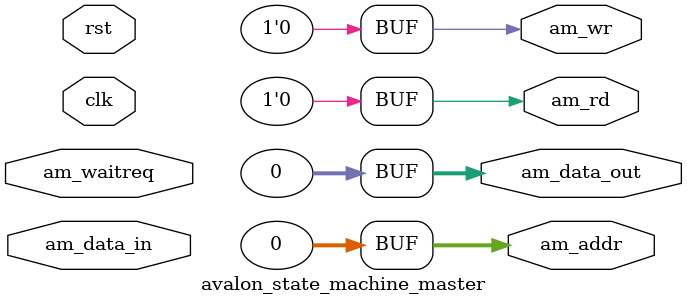
<source format=v>
/*******************************************************************************
 *                                                                             *
 *                  Copyright (C) 2011 Altera Corporation                      *
 *                                                                             *
 * ALTERA, ARRIA, CYCLONE, HARDCOPY, MAX, MEGACORE, NIOS, QUARTUS & STRATIX    *
 * are Reg. U.S. Pat. & Tm. Off. and Altera marks in and outside the U.S.      *
 *                                                                             *
 * All information provided herein is provided on an "as is" basis,            *
 * without warranty of any kind.                                               *
 *                                                                             *
 * Module Name: avalon_state_machine_master                                    *
 * File Name:   avalon_state_machine_master.v                                  *
 *                                                                             *
 * Module Function: This file contains an Avalon state machine master which    *
 *                  will create Avalon-MM bus transactions.                    *
 *                                                                             *
 * REVISION HISTORY:                                                           *
 *  Revision 1.0    02/28/2011 - Initial Revision                              *
 *  Revision 2.0    04/18/2011 - Added header                                  *
 ******************************************************************************/

module avalon_state_machine_master (
	input 				rst, clk,
	input 				am_waitreq,
	input [31:0] 		am_data_in,
	output reg [31:0]	am_addr,
	output reg [31:0] 	am_data_out,
	output reg			am_rd, am_wr
);

	reg [31:0]			data_reg;
	reg					data_reg_wr;
	
	reg [3:0]		current_state, next_state;
	localparam		jm_0 = 0, 
					jm_1 = 1, 
					jm_2 = 3, 
					jm_3 = 4, 
					jm_4 = 5, 
					jm_5 = 6;
	
	
	// Data register
	always @ (posedge clk, posedge rst)
	begin:  data_reg_proc
		if (rst)
			data_reg <= 32'b0;
		else begin
			if (data_reg_wr)
				data_reg <= am_data_in;
		end
	end // data_reg_proc
	
	// State register transitions
	always @ (posedge clk, posedge rst)
	begin:  state_reg_proc
		if (rst)
			current_state <= jm_0;
		else
			current_state <= next_state;
	end // state_reg_proc
	
	// Next state logic
	always @ (current_state, am_waitreq, data_reg)
	begin:  next_state_proc
		am_addr <= 32'b0;
		am_wr <= 1'b0;
		am_rd <= 1'b0;
		am_data_out <= 32'b0;
		
		case (current_state)

			// Insert avalon_state_machine_master
						
			jm_5 :	// Endless loop
						next_state <= jm_5;
						
			default :// idle
						next_state <= jm_0;
						
		endcase
	end
					
endmodule

</source>
